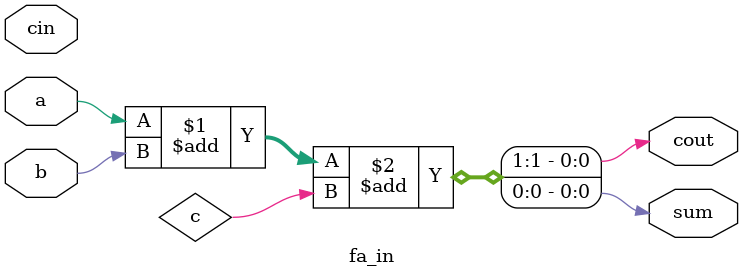
<source format=v>
module fa_in(a,b,cin,sum,cout);
input a,b,cin;
output sum,cout;
assign {cout,sum}=a+b+c;
endmodule

</source>
